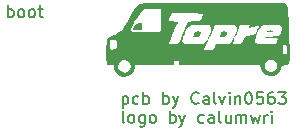
<source format=gbr>
%TF.GenerationSoftware,KiCad,Pcbnew,8.0.5*%
%TF.CreationDate,2024-11-10T15:14:38+01:00*%
%TF.ProjectId,plate tray split,706c6174-6520-4747-9261-792073706c69,rev?*%
%TF.SameCoordinates,Original*%
%TF.FileFunction,Legend,Top*%
%TF.FilePolarity,Positive*%
%FSLAX46Y46*%
G04 Gerber Fmt 4.6, Leading zero omitted, Abs format (unit mm)*
G04 Created by KiCad (PCBNEW 8.0.5) date 2024-11-10 15:14:38*
%MOMM*%
%LPD*%
G01*
G04 APERTURE LIST*
%ADD10C,0.200000*%
%ADD11C,0.150000*%
%ADD12C,0.000000*%
G04 APERTURE END LIST*
D10*
X191806280Y-93529719D02*
X191711042Y-93482100D01*
X191711042Y-93482100D02*
X191663423Y-93386861D01*
X191663423Y-93386861D02*
X191663423Y-92529719D01*
X192330090Y-93529719D02*
X192234852Y-93482100D01*
X192234852Y-93482100D02*
X192187233Y-93434480D01*
X192187233Y-93434480D02*
X192139614Y-93339242D01*
X192139614Y-93339242D02*
X192139614Y-93053528D01*
X192139614Y-93053528D02*
X192187233Y-92958290D01*
X192187233Y-92958290D02*
X192234852Y-92910671D01*
X192234852Y-92910671D02*
X192330090Y-92863052D01*
X192330090Y-92863052D02*
X192472947Y-92863052D01*
X192472947Y-92863052D02*
X192568185Y-92910671D01*
X192568185Y-92910671D02*
X192615804Y-92958290D01*
X192615804Y-92958290D02*
X192663423Y-93053528D01*
X192663423Y-93053528D02*
X192663423Y-93339242D01*
X192663423Y-93339242D02*
X192615804Y-93434480D01*
X192615804Y-93434480D02*
X192568185Y-93482100D01*
X192568185Y-93482100D02*
X192472947Y-93529719D01*
X192472947Y-93529719D02*
X192330090Y-93529719D01*
X193520566Y-92863052D02*
X193520566Y-93672576D01*
X193520566Y-93672576D02*
X193472947Y-93767814D01*
X193472947Y-93767814D02*
X193425328Y-93815433D01*
X193425328Y-93815433D02*
X193330090Y-93863052D01*
X193330090Y-93863052D02*
X193187233Y-93863052D01*
X193187233Y-93863052D02*
X193091995Y-93815433D01*
X193520566Y-93482100D02*
X193425328Y-93529719D01*
X193425328Y-93529719D02*
X193234852Y-93529719D01*
X193234852Y-93529719D02*
X193139614Y-93482100D01*
X193139614Y-93482100D02*
X193091995Y-93434480D01*
X193091995Y-93434480D02*
X193044376Y-93339242D01*
X193044376Y-93339242D02*
X193044376Y-93053528D01*
X193044376Y-93053528D02*
X193091995Y-92958290D01*
X193091995Y-92958290D02*
X193139614Y-92910671D01*
X193139614Y-92910671D02*
X193234852Y-92863052D01*
X193234852Y-92863052D02*
X193425328Y-92863052D01*
X193425328Y-92863052D02*
X193520566Y-92910671D01*
X194139614Y-93529719D02*
X194044376Y-93482100D01*
X194044376Y-93482100D02*
X193996757Y-93434480D01*
X193996757Y-93434480D02*
X193949138Y-93339242D01*
X193949138Y-93339242D02*
X193949138Y-93053528D01*
X193949138Y-93053528D02*
X193996757Y-92958290D01*
X193996757Y-92958290D02*
X194044376Y-92910671D01*
X194044376Y-92910671D02*
X194139614Y-92863052D01*
X194139614Y-92863052D02*
X194282471Y-92863052D01*
X194282471Y-92863052D02*
X194377709Y-92910671D01*
X194377709Y-92910671D02*
X194425328Y-92958290D01*
X194425328Y-92958290D02*
X194472947Y-93053528D01*
X194472947Y-93053528D02*
X194472947Y-93339242D01*
X194472947Y-93339242D02*
X194425328Y-93434480D01*
X194425328Y-93434480D02*
X194377709Y-93482100D01*
X194377709Y-93482100D02*
X194282471Y-93529719D01*
X194282471Y-93529719D02*
X194139614Y-93529719D01*
X195663424Y-93529719D02*
X195663424Y-92529719D01*
X195663424Y-92910671D02*
X195758662Y-92863052D01*
X195758662Y-92863052D02*
X195949138Y-92863052D01*
X195949138Y-92863052D02*
X196044376Y-92910671D01*
X196044376Y-92910671D02*
X196091995Y-92958290D01*
X196091995Y-92958290D02*
X196139614Y-93053528D01*
X196139614Y-93053528D02*
X196139614Y-93339242D01*
X196139614Y-93339242D02*
X196091995Y-93434480D01*
X196091995Y-93434480D02*
X196044376Y-93482100D01*
X196044376Y-93482100D02*
X195949138Y-93529719D01*
X195949138Y-93529719D02*
X195758662Y-93529719D01*
X195758662Y-93529719D02*
X195663424Y-93482100D01*
X196472948Y-92863052D02*
X196711043Y-93529719D01*
X196949138Y-92863052D02*
X196711043Y-93529719D01*
X196711043Y-93529719D02*
X196615805Y-93767814D01*
X196615805Y-93767814D02*
X196568186Y-93815433D01*
X196568186Y-93815433D02*
X196472948Y-93863052D01*
X198520567Y-93482100D02*
X198425329Y-93529719D01*
X198425329Y-93529719D02*
X198234853Y-93529719D01*
X198234853Y-93529719D02*
X198139615Y-93482100D01*
X198139615Y-93482100D02*
X198091996Y-93434480D01*
X198091996Y-93434480D02*
X198044377Y-93339242D01*
X198044377Y-93339242D02*
X198044377Y-93053528D01*
X198044377Y-93053528D02*
X198091996Y-92958290D01*
X198091996Y-92958290D02*
X198139615Y-92910671D01*
X198139615Y-92910671D02*
X198234853Y-92863052D01*
X198234853Y-92863052D02*
X198425329Y-92863052D01*
X198425329Y-92863052D02*
X198520567Y-92910671D01*
X199377710Y-93529719D02*
X199377710Y-93005909D01*
X199377710Y-93005909D02*
X199330091Y-92910671D01*
X199330091Y-92910671D02*
X199234853Y-92863052D01*
X199234853Y-92863052D02*
X199044377Y-92863052D01*
X199044377Y-92863052D02*
X198949139Y-92910671D01*
X199377710Y-93482100D02*
X199282472Y-93529719D01*
X199282472Y-93529719D02*
X199044377Y-93529719D01*
X199044377Y-93529719D02*
X198949139Y-93482100D01*
X198949139Y-93482100D02*
X198901520Y-93386861D01*
X198901520Y-93386861D02*
X198901520Y-93291623D01*
X198901520Y-93291623D02*
X198949139Y-93196385D01*
X198949139Y-93196385D02*
X199044377Y-93148766D01*
X199044377Y-93148766D02*
X199282472Y-93148766D01*
X199282472Y-93148766D02*
X199377710Y-93101147D01*
X199996758Y-93529719D02*
X199901520Y-93482100D01*
X199901520Y-93482100D02*
X199853901Y-93386861D01*
X199853901Y-93386861D02*
X199853901Y-92529719D01*
X200806282Y-92863052D02*
X200806282Y-93529719D01*
X200377711Y-92863052D02*
X200377711Y-93386861D01*
X200377711Y-93386861D02*
X200425330Y-93482100D01*
X200425330Y-93482100D02*
X200520568Y-93529719D01*
X200520568Y-93529719D02*
X200663425Y-93529719D01*
X200663425Y-93529719D02*
X200758663Y-93482100D01*
X200758663Y-93482100D02*
X200806282Y-93434480D01*
X201282473Y-93529719D02*
X201282473Y-92863052D01*
X201282473Y-92958290D02*
X201330092Y-92910671D01*
X201330092Y-92910671D02*
X201425330Y-92863052D01*
X201425330Y-92863052D02*
X201568187Y-92863052D01*
X201568187Y-92863052D02*
X201663425Y-92910671D01*
X201663425Y-92910671D02*
X201711044Y-93005909D01*
X201711044Y-93005909D02*
X201711044Y-93529719D01*
X201711044Y-93005909D02*
X201758663Y-92910671D01*
X201758663Y-92910671D02*
X201853901Y-92863052D01*
X201853901Y-92863052D02*
X201996758Y-92863052D01*
X201996758Y-92863052D02*
X202091997Y-92910671D01*
X202091997Y-92910671D02*
X202139616Y-93005909D01*
X202139616Y-93005909D02*
X202139616Y-93529719D01*
X202520568Y-92863052D02*
X202711044Y-93529719D01*
X202711044Y-93529719D02*
X202901520Y-93053528D01*
X202901520Y-93053528D02*
X203091996Y-93529719D01*
X203091996Y-93529719D02*
X203282472Y-92863052D01*
X203663425Y-93529719D02*
X203663425Y-92863052D01*
X203663425Y-93053528D02*
X203711044Y-92958290D01*
X203711044Y-92958290D02*
X203758663Y-92910671D01*
X203758663Y-92910671D02*
X203853901Y-92863052D01*
X203853901Y-92863052D02*
X203949139Y-92863052D01*
X204282473Y-93529719D02*
X204282473Y-92863052D01*
X204282473Y-92529719D02*
X204234854Y-92577338D01*
X204234854Y-92577338D02*
X204282473Y-92624957D01*
X204282473Y-92624957D02*
X204330092Y-92577338D01*
X204330092Y-92577338D02*
X204282473Y-92529719D01*
X204282473Y-92529719D02*
X204282473Y-92624957D01*
D11*
X181951488Y-84592319D02*
X181951488Y-83592319D01*
X181951488Y-83973271D02*
X182046726Y-83925652D01*
X182046726Y-83925652D02*
X182237202Y-83925652D01*
X182237202Y-83925652D02*
X182332440Y-83973271D01*
X182332440Y-83973271D02*
X182380059Y-84020890D01*
X182380059Y-84020890D02*
X182427678Y-84116128D01*
X182427678Y-84116128D02*
X182427678Y-84401842D01*
X182427678Y-84401842D02*
X182380059Y-84497080D01*
X182380059Y-84497080D02*
X182332440Y-84544700D01*
X182332440Y-84544700D02*
X182237202Y-84592319D01*
X182237202Y-84592319D02*
X182046726Y-84592319D01*
X182046726Y-84592319D02*
X181951488Y-84544700D01*
X182999107Y-84592319D02*
X182903869Y-84544700D01*
X182903869Y-84544700D02*
X182856250Y-84497080D01*
X182856250Y-84497080D02*
X182808631Y-84401842D01*
X182808631Y-84401842D02*
X182808631Y-84116128D01*
X182808631Y-84116128D02*
X182856250Y-84020890D01*
X182856250Y-84020890D02*
X182903869Y-83973271D01*
X182903869Y-83973271D02*
X182999107Y-83925652D01*
X182999107Y-83925652D02*
X183141964Y-83925652D01*
X183141964Y-83925652D02*
X183237202Y-83973271D01*
X183237202Y-83973271D02*
X183284821Y-84020890D01*
X183284821Y-84020890D02*
X183332440Y-84116128D01*
X183332440Y-84116128D02*
X183332440Y-84401842D01*
X183332440Y-84401842D02*
X183284821Y-84497080D01*
X183284821Y-84497080D02*
X183237202Y-84544700D01*
X183237202Y-84544700D02*
X183141964Y-84592319D01*
X183141964Y-84592319D02*
X182999107Y-84592319D01*
X183903869Y-84592319D02*
X183808631Y-84544700D01*
X183808631Y-84544700D02*
X183761012Y-84497080D01*
X183761012Y-84497080D02*
X183713393Y-84401842D01*
X183713393Y-84401842D02*
X183713393Y-84116128D01*
X183713393Y-84116128D02*
X183761012Y-84020890D01*
X183761012Y-84020890D02*
X183808631Y-83973271D01*
X183808631Y-83973271D02*
X183903869Y-83925652D01*
X183903869Y-83925652D02*
X184046726Y-83925652D01*
X184046726Y-83925652D02*
X184141964Y-83973271D01*
X184141964Y-83973271D02*
X184189583Y-84020890D01*
X184189583Y-84020890D02*
X184237202Y-84116128D01*
X184237202Y-84116128D02*
X184237202Y-84401842D01*
X184237202Y-84401842D02*
X184189583Y-84497080D01*
X184189583Y-84497080D02*
X184141964Y-84544700D01*
X184141964Y-84544700D02*
X184046726Y-84592319D01*
X184046726Y-84592319D02*
X183903869Y-84592319D01*
X184522917Y-83925652D02*
X184903869Y-83925652D01*
X184665774Y-83592319D02*
X184665774Y-84449461D01*
X184665774Y-84449461D02*
X184713393Y-84544700D01*
X184713393Y-84544700D02*
X184808631Y-84592319D01*
X184808631Y-84592319D02*
X184903869Y-84592319D01*
D10*
X191663423Y-91275552D02*
X191663423Y-92275552D01*
X191663423Y-91323171D02*
X191758661Y-91275552D01*
X191758661Y-91275552D02*
X191949137Y-91275552D01*
X191949137Y-91275552D02*
X192044375Y-91323171D01*
X192044375Y-91323171D02*
X192091994Y-91370790D01*
X192091994Y-91370790D02*
X192139613Y-91466028D01*
X192139613Y-91466028D02*
X192139613Y-91751742D01*
X192139613Y-91751742D02*
X192091994Y-91846980D01*
X192091994Y-91846980D02*
X192044375Y-91894600D01*
X192044375Y-91894600D02*
X191949137Y-91942219D01*
X191949137Y-91942219D02*
X191758661Y-91942219D01*
X191758661Y-91942219D02*
X191663423Y-91894600D01*
X192996756Y-91894600D02*
X192901518Y-91942219D01*
X192901518Y-91942219D02*
X192711042Y-91942219D01*
X192711042Y-91942219D02*
X192615804Y-91894600D01*
X192615804Y-91894600D02*
X192568185Y-91846980D01*
X192568185Y-91846980D02*
X192520566Y-91751742D01*
X192520566Y-91751742D02*
X192520566Y-91466028D01*
X192520566Y-91466028D02*
X192568185Y-91370790D01*
X192568185Y-91370790D02*
X192615804Y-91323171D01*
X192615804Y-91323171D02*
X192711042Y-91275552D01*
X192711042Y-91275552D02*
X192901518Y-91275552D01*
X192901518Y-91275552D02*
X192996756Y-91323171D01*
X193425328Y-91942219D02*
X193425328Y-90942219D01*
X193425328Y-91323171D02*
X193520566Y-91275552D01*
X193520566Y-91275552D02*
X193711042Y-91275552D01*
X193711042Y-91275552D02*
X193806280Y-91323171D01*
X193806280Y-91323171D02*
X193853899Y-91370790D01*
X193853899Y-91370790D02*
X193901518Y-91466028D01*
X193901518Y-91466028D02*
X193901518Y-91751742D01*
X193901518Y-91751742D02*
X193853899Y-91846980D01*
X193853899Y-91846980D02*
X193806280Y-91894600D01*
X193806280Y-91894600D02*
X193711042Y-91942219D01*
X193711042Y-91942219D02*
X193520566Y-91942219D01*
X193520566Y-91942219D02*
X193425328Y-91894600D01*
X195091995Y-91942219D02*
X195091995Y-90942219D01*
X195091995Y-91323171D02*
X195187233Y-91275552D01*
X195187233Y-91275552D02*
X195377709Y-91275552D01*
X195377709Y-91275552D02*
X195472947Y-91323171D01*
X195472947Y-91323171D02*
X195520566Y-91370790D01*
X195520566Y-91370790D02*
X195568185Y-91466028D01*
X195568185Y-91466028D02*
X195568185Y-91751742D01*
X195568185Y-91751742D02*
X195520566Y-91846980D01*
X195520566Y-91846980D02*
X195472947Y-91894600D01*
X195472947Y-91894600D02*
X195377709Y-91942219D01*
X195377709Y-91942219D02*
X195187233Y-91942219D01*
X195187233Y-91942219D02*
X195091995Y-91894600D01*
X195901519Y-91275552D02*
X196139614Y-91942219D01*
X196377709Y-91275552D02*
X196139614Y-91942219D01*
X196139614Y-91942219D02*
X196044376Y-92180314D01*
X196044376Y-92180314D02*
X195996757Y-92227933D01*
X195996757Y-92227933D02*
X195901519Y-92275552D01*
X198091995Y-91846980D02*
X198044376Y-91894600D01*
X198044376Y-91894600D02*
X197901519Y-91942219D01*
X197901519Y-91942219D02*
X197806281Y-91942219D01*
X197806281Y-91942219D02*
X197663424Y-91894600D01*
X197663424Y-91894600D02*
X197568186Y-91799361D01*
X197568186Y-91799361D02*
X197520567Y-91704123D01*
X197520567Y-91704123D02*
X197472948Y-91513647D01*
X197472948Y-91513647D02*
X197472948Y-91370790D01*
X197472948Y-91370790D02*
X197520567Y-91180314D01*
X197520567Y-91180314D02*
X197568186Y-91085076D01*
X197568186Y-91085076D02*
X197663424Y-90989838D01*
X197663424Y-90989838D02*
X197806281Y-90942219D01*
X197806281Y-90942219D02*
X197901519Y-90942219D01*
X197901519Y-90942219D02*
X198044376Y-90989838D01*
X198044376Y-90989838D02*
X198091995Y-91037457D01*
X198949138Y-91942219D02*
X198949138Y-91418409D01*
X198949138Y-91418409D02*
X198901519Y-91323171D01*
X198901519Y-91323171D02*
X198806281Y-91275552D01*
X198806281Y-91275552D02*
X198615805Y-91275552D01*
X198615805Y-91275552D02*
X198520567Y-91323171D01*
X198949138Y-91894600D02*
X198853900Y-91942219D01*
X198853900Y-91942219D02*
X198615805Y-91942219D01*
X198615805Y-91942219D02*
X198520567Y-91894600D01*
X198520567Y-91894600D02*
X198472948Y-91799361D01*
X198472948Y-91799361D02*
X198472948Y-91704123D01*
X198472948Y-91704123D02*
X198520567Y-91608885D01*
X198520567Y-91608885D02*
X198615805Y-91561266D01*
X198615805Y-91561266D02*
X198853900Y-91561266D01*
X198853900Y-91561266D02*
X198949138Y-91513647D01*
X199568186Y-91942219D02*
X199472948Y-91894600D01*
X199472948Y-91894600D02*
X199425329Y-91799361D01*
X199425329Y-91799361D02*
X199425329Y-90942219D01*
X199853901Y-91275552D02*
X200091996Y-91942219D01*
X200091996Y-91942219D02*
X200330091Y-91275552D01*
X200711044Y-91942219D02*
X200711044Y-91275552D01*
X200711044Y-90942219D02*
X200663425Y-90989838D01*
X200663425Y-90989838D02*
X200711044Y-91037457D01*
X200711044Y-91037457D02*
X200758663Y-90989838D01*
X200758663Y-90989838D02*
X200711044Y-90942219D01*
X200711044Y-90942219D02*
X200711044Y-91037457D01*
X201187234Y-91275552D02*
X201187234Y-91942219D01*
X201187234Y-91370790D02*
X201234853Y-91323171D01*
X201234853Y-91323171D02*
X201330091Y-91275552D01*
X201330091Y-91275552D02*
X201472948Y-91275552D01*
X201472948Y-91275552D02*
X201568186Y-91323171D01*
X201568186Y-91323171D02*
X201615805Y-91418409D01*
X201615805Y-91418409D02*
X201615805Y-91942219D01*
X202282472Y-90942219D02*
X202377710Y-90942219D01*
X202377710Y-90942219D02*
X202472948Y-90989838D01*
X202472948Y-90989838D02*
X202520567Y-91037457D01*
X202520567Y-91037457D02*
X202568186Y-91132695D01*
X202568186Y-91132695D02*
X202615805Y-91323171D01*
X202615805Y-91323171D02*
X202615805Y-91561266D01*
X202615805Y-91561266D02*
X202568186Y-91751742D01*
X202568186Y-91751742D02*
X202520567Y-91846980D01*
X202520567Y-91846980D02*
X202472948Y-91894600D01*
X202472948Y-91894600D02*
X202377710Y-91942219D01*
X202377710Y-91942219D02*
X202282472Y-91942219D01*
X202282472Y-91942219D02*
X202187234Y-91894600D01*
X202187234Y-91894600D02*
X202139615Y-91846980D01*
X202139615Y-91846980D02*
X202091996Y-91751742D01*
X202091996Y-91751742D02*
X202044377Y-91561266D01*
X202044377Y-91561266D02*
X202044377Y-91323171D01*
X202044377Y-91323171D02*
X202091996Y-91132695D01*
X202091996Y-91132695D02*
X202139615Y-91037457D01*
X202139615Y-91037457D02*
X202187234Y-90989838D01*
X202187234Y-90989838D02*
X202282472Y-90942219D01*
X203520567Y-90942219D02*
X203044377Y-90942219D01*
X203044377Y-90942219D02*
X202996758Y-91418409D01*
X202996758Y-91418409D02*
X203044377Y-91370790D01*
X203044377Y-91370790D02*
X203139615Y-91323171D01*
X203139615Y-91323171D02*
X203377710Y-91323171D01*
X203377710Y-91323171D02*
X203472948Y-91370790D01*
X203472948Y-91370790D02*
X203520567Y-91418409D01*
X203520567Y-91418409D02*
X203568186Y-91513647D01*
X203568186Y-91513647D02*
X203568186Y-91751742D01*
X203568186Y-91751742D02*
X203520567Y-91846980D01*
X203520567Y-91846980D02*
X203472948Y-91894600D01*
X203472948Y-91894600D02*
X203377710Y-91942219D01*
X203377710Y-91942219D02*
X203139615Y-91942219D01*
X203139615Y-91942219D02*
X203044377Y-91894600D01*
X203044377Y-91894600D02*
X202996758Y-91846980D01*
X204425329Y-90942219D02*
X204234853Y-90942219D01*
X204234853Y-90942219D02*
X204139615Y-90989838D01*
X204139615Y-90989838D02*
X204091996Y-91037457D01*
X204091996Y-91037457D02*
X203996758Y-91180314D01*
X203996758Y-91180314D02*
X203949139Y-91370790D01*
X203949139Y-91370790D02*
X203949139Y-91751742D01*
X203949139Y-91751742D02*
X203996758Y-91846980D01*
X203996758Y-91846980D02*
X204044377Y-91894600D01*
X204044377Y-91894600D02*
X204139615Y-91942219D01*
X204139615Y-91942219D02*
X204330091Y-91942219D01*
X204330091Y-91942219D02*
X204425329Y-91894600D01*
X204425329Y-91894600D02*
X204472948Y-91846980D01*
X204472948Y-91846980D02*
X204520567Y-91751742D01*
X204520567Y-91751742D02*
X204520567Y-91513647D01*
X204520567Y-91513647D02*
X204472948Y-91418409D01*
X204472948Y-91418409D02*
X204425329Y-91370790D01*
X204425329Y-91370790D02*
X204330091Y-91323171D01*
X204330091Y-91323171D02*
X204139615Y-91323171D01*
X204139615Y-91323171D02*
X204044377Y-91370790D01*
X204044377Y-91370790D02*
X203996758Y-91418409D01*
X203996758Y-91418409D02*
X203949139Y-91513647D01*
X204853901Y-90942219D02*
X205472948Y-90942219D01*
X205472948Y-90942219D02*
X205139615Y-91323171D01*
X205139615Y-91323171D02*
X205282472Y-91323171D01*
X205282472Y-91323171D02*
X205377710Y-91370790D01*
X205377710Y-91370790D02*
X205425329Y-91418409D01*
X205425329Y-91418409D02*
X205472948Y-91513647D01*
X205472948Y-91513647D02*
X205472948Y-91751742D01*
X205472948Y-91751742D02*
X205425329Y-91846980D01*
X205425329Y-91846980D02*
X205377710Y-91894600D01*
X205377710Y-91894600D02*
X205282472Y-91942219D01*
X205282472Y-91942219D02*
X204996758Y-91942219D01*
X204996758Y-91942219D02*
X204901520Y-91894600D01*
X204901520Y-91894600D02*
X204853901Y-91846980D01*
D12*
%TO.C,G\u002A\u002A\u002A*%
G36*
X204281959Y-85728598D02*
G01*
X204362940Y-85755052D01*
X204378831Y-85793282D01*
X204331783Y-85833371D01*
X204235941Y-85863596D01*
X204114607Y-85876048D01*
X203998157Y-85870739D01*
X203916968Y-85847683D01*
X203900986Y-85833198D01*
X203901695Y-85778728D01*
X203970855Y-85739219D01*
X204097518Y-85719835D01*
X204143750Y-85718715D01*
X204281959Y-85728598D01*
G37*
G36*
X193315432Y-85386968D02*
G01*
X193303750Y-85697457D01*
X192936908Y-85708934D01*
X192762886Y-85712943D01*
X192652548Y-85709873D01*
X192589690Y-85696910D01*
X192558111Y-85671239D01*
X192544847Y-85640826D01*
X192547356Y-85537766D01*
X192598380Y-85412428D01*
X192684972Y-85293825D01*
X192711118Y-85268212D01*
X192844969Y-85180082D01*
X193014808Y-85110936D01*
X193177786Y-85077438D01*
X193204147Y-85076479D01*
X193327115Y-85076479D01*
X193315432Y-85386968D01*
G37*
G36*
X198206817Y-85806095D02*
G01*
X198263013Y-85836484D01*
X198261669Y-85892189D01*
X198232674Y-85994087D01*
X198200448Y-86076863D01*
X198113898Y-86278372D01*
X197878824Y-86278372D01*
X197739871Y-86273283D01*
X197666246Y-86255678D01*
X197643784Y-86222050D01*
X197643750Y-86220162D01*
X197664962Y-86121061D01*
X197717357Y-85996496D01*
X197784075Y-85885072D01*
X197797683Y-85867725D01*
X197867352Y-85827891D01*
X197978669Y-85803005D01*
X198101777Y-85795072D01*
X198206817Y-85806095D01*
G37*
G36*
X200446817Y-85806095D02*
G01*
X200503013Y-85836484D01*
X200501669Y-85892189D01*
X200472674Y-85994087D01*
X200440448Y-86076863D01*
X200353898Y-86278372D01*
X200118824Y-86278372D01*
X199979871Y-86273283D01*
X199906246Y-86255678D01*
X199883784Y-86222050D01*
X199883750Y-86220162D01*
X199904962Y-86121061D01*
X199957357Y-85996496D01*
X200024075Y-85885072D01*
X200037683Y-85867725D01*
X200107352Y-85827891D01*
X200218669Y-85803005D01*
X200341777Y-85795072D01*
X200446817Y-85806095D01*
G37*
G36*
X200944713Y-83394625D02*
G01*
X201609681Y-83394774D01*
X202206032Y-83395110D01*
X202737561Y-83395679D01*
X203208063Y-83396525D01*
X203621332Y-83397693D01*
X203981162Y-83399228D01*
X204291348Y-83401177D01*
X204555684Y-83403582D01*
X204777966Y-83406491D01*
X204961987Y-83409947D01*
X205111541Y-83413995D01*
X205230424Y-83418681D01*
X205322430Y-83424050D01*
X205391353Y-83430147D01*
X205440988Y-83437017D01*
X205475129Y-83444705D01*
X205497571Y-83453255D01*
X205512109Y-83462714D01*
X205517206Y-83467401D01*
X205561622Y-83538508D01*
X205601480Y-83660337D01*
X205637058Y-83836240D01*
X205668636Y-84069568D01*
X205696493Y-84363674D01*
X205720908Y-84721909D01*
X205742161Y-85147626D01*
X205760530Y-85644175D01*
X205776294Y-86214908D01*
X205786762Y-86703282D01*
X205792454Y-87044516D01*
X205796200Y-87367548D01*
X205798001Y-87661856D01*
X205797859Y-87916914D01*
X205795775Y-88122198D01*
X205791749Y-88267184D01*
X205786590Y-88336613D01*
X205747777Y-88479494D01*
X205672906Y-88575462D01*
X205548025Y-88635100D01*
X205359187Y-88668996D01*
X205346848Y-88670305D01*
X205211613Y-88690467D01*
X205141982Y-88718973D01*
X205123526Y-88757872D01*
X205085168Y-88974110D01*
X204981092Y-89175349D01*
X204825515Y-89349831D01*
X204632652Y-89485797D01*
X204416722Y-89571489D01*
X204191939Y-89595148D01*
X204120275Y-89587667D01*
X203855382Y-89510294D01*
X203642205Y-89371863D01*
X203481874Y-89173391D01*
X203376168Y-88918243D01*
X203310633Y-88682157D01*
X199901104Y-88682157D01*
X196491576Y-88682157D01*
X196487811Y-88671340D01*
X203707259Y-88671340D01*
X203728187Y-88853904D01*
X203799600Y-88997044D01*
X203944411Y-89143050D01*
X204114940Y-89221715D01*
X204296616Y-89229450D01*
X204474115Y-89163131D01*
X204631883Y-89028465D01*
X204727907Y-88863059D01*
X204756929Y-88682423D01*
X204713692Y-88502064D01*
X204704549Y-88483390D01*
X204582778Y-88320973D01*
X204424023Y-88216611D01*
X204244890Y-88176692D01*
X204061985Y-88207606D01*
X204026851Y-88222643D01*
X203861493Y-88339004D01*
X203753328Y-88494138D01*
X203707259Y-88671340D01*
X196487811Y-88671340D01*
X196447663Y-88555989D01*
X196416550Y-88444001D01*
X196403750Y-88353479D01*
X196393141Y-88307619D01*
X196348018Y-88287806D01*
X196248438Y-88287310D01*
X196213750Y-88289347D01*
X196098815Y-88300109D01*
X196041123Y-88324296D01*
X196017995Y-88378897D01*
X196010481Y-88441618D01*
X195990083Y-88551064D01*
X195958378Y-88628272D01*
X195955584Y-88631917D01*
X195926496Y-88645216D01*
X195859342Y-88656139D01*
X195748123Y-88664872D01*
X195586836Y-88671599D01*
X195369482Y-88676506D01*
X195090060Y-88679778D01*
X194742570Y-88681600D01*
X194326855Y-88682157D01*
X192739756Y-88682157D01*
X192691646Y-88915449D01*
X192605883Y-89156583D01*
X192464099Y-89356931D01*
X192279155Y-89509691D01*
X192063910Y-89608061D01*
X191831228Y-89645240D01*
X191593967Y-89614425D01*
X191463750Y-89564863D01*
X191348920Y-89504734D01*
X191257196Y-89448497D01*
X191238887Y-89434884D01*
X191117854Y-89299837D01*
X191014877Y-89120294D01*
X190949115Y-88931874D01*
X190939388Y-88878051D01*
X190917159Y-88710213D01*
X191291543Y-88710213D01*
X191301031Y-88866916D01*
X191353750Y-88994035D01*
X191482800Y-89155653D01*
X191657184Y-89254026D01*
X191838455Y-89282839D01*
X191954672Y-89273760D01*
X192044989Y-89235534D01*
X192143464Y-89152320D01*
X192165138Y-89130887D01*
X192298013Y-88958630D01*
X192351699Y-88785487D01*
X192326960Y-88607909D01*
X192294159Y-88532672D01*
X192173402Y-88373470D01*
X192018173Y-88274304D01*
X191844947Y-88235096D01*
X191670195Y-88255768D01*
X191510391Y-88336240D01*
X191382007Y-88476435D01*
X191348681Y-88537186D01*
X191291543Y-88710213D01*
X190917159Y-88710213D01*
X190913443Y-88682157D01*
X190715967Y-88682157D01*
X190544360Y-88670283D01*
X190430865Y-88627224D01*
X190356132Y-88541825D01*
X190316953Y-88452102D01*
X190296591Y-88350153D01*
X190281295Y-88184232D01*
X190271232Y-87970341D01*
X190266567Y-87724483D01*
X190267468Y-87462661D01*
X190270067Y-87360075D01*
X198566036Y-87360075D01*
X198959430Y-87360075D01*
X199352824Y-87360075D01*
X199428243Y-87191755D01*
X205225873Y-87191755D01*
X205226343Y-87261449D01*
X205237628Y-87470099D01*
X205269919Y-87609221D01*
X205327739Y-87687696D01*
X205415614Y-87714404D01*
X205456407Y-87712967D01*
X205583750Y-87700611D01*
X205583750Y-87344410D01*
X205577718Y-87141039D01*
X205555900Y-87008080D01*
X205512706Y-86936473D01*
X205442549Y-86917157D01*
X205339840Y-86941071D01*
X205335860Y-86942482D01*
X205277097Y-86967760D01*
X205243792Y-87004296D01*
X205229024Y-87072242D01*
X205225873Y-87191755D01*
X199428243Y-87191755D01*
X199460530Y-87119697D01*
X199568236Y-86879318D01*
X200015993Y-86879095D01*
X200282724Y-86874103D01*
X200484184Y-86857277D01*
X200591235Y-86834584D01*
X200970257Y-86834584D01*
X200986311Y-86859027D01*
X201038464Y-86872426D01*
X201140795Y-86878086D01*
X201307379Y-86879312D01*
X201331999Y-86879318D01*
X201709579Y-86879318D01*
X201841799Y-86597067D01*
X201861119Y-86561085D01*
X202870416Y-86561085D01*
X202904841Y-86696915D01*
X202994167Y-86803822D01*
X203097927Y-86852029D01*
X203164595Y-86857341D01*
X203296546Y-86861421D01*
X203479065Y-86864045D01*
X203697440Y-86864989D01*
X203903251Y-86864282D01*
X204622752Y-86859286D01*
X204710890Y-86679003D01*
X204768876Y-86557982D01*
X204799529Y-86472041D01*
X204794039Y-86415178D01*
X204743598Y-86381393D01*
X204639397Y-86364685D01*
X204472628Y-86359054D01*
X204240416Y-86358498D01*
X204007991Y-86356844D01*
X203846425Y-86351329D01*
X203746634Y-86341121D01*
X203699532Y-86325387D01*
X203693630Y-86308419D01*
X203732115Y-86284207D01*
X203833653Y-86264829D01*
X204004014Y-86249530D01*
X204229007Y-86238309D01*
X204478431Y-86225598D01*
X204662217Y-86205557D01*
X204794719Y-86172078D01*
X204890290Y-86119055D01*
X204963283Y-86040379D01*
X205028052Y-85929944D01*
X205047963Y-85889833D01*
X205122576Y-85686856D01*
X205139967Y-85510772D01*
X205100127Y-85372752D01*
X205048409Y-85312580D01*
X205005496Y-85283999D01*
X204949650Y-85263569D01*
X204867769Y-85249959D01*
X204746748Y-85241839D01*
X204573486Y-85237877D01*
X204334878Y-85236741D01*
X204301922Y-85236731D01*
X204030975Y-85238132D01*
X203826863Y-85243930D01*
X203676450Y-85256522D01*
X203566597Y-85278302D01*
X203484164Y-85311666D01*
X203416014Y-85359009D01*
X203363734Y-85407769D01*
X203305300Y-85489482D01*
X203229858Y-85627272D01*
X203145473Y-85802277D01*
X203060214Y-85995636D01*
X202982149Y-86188489D01*
X202919344Y-86361975D01*
X202879868Y-86497233D01*
X202870416Y-86561085D01*
X201861119Y-86561085D01*
X201930837Y-86431244D01*
X202029776Y-86308908D01*
X202155073Y-86219099D01*
X202323192Y-86150857D01*
X202550593Y-86093222D01*
X202620013Y-86078910D01*
X202936276Y-86015706D01*
X203070013Y-85697251D01*
X203130588Y-85549477D01*
X203176858Y-85429880D01*
X203201543Y-85357552D01*
X203203750Y-85346447D01*
X203168647Y-85328520D01*
X203076017Y-85330662D01*
X202944871Y-85349638D01*
X202794223Y-85382213D01*
X202643088Y-85425153D01*
X202553750Y-85457027D01*
X202418579Y-85505847D01*
X202347396Y-85514859D01*
X202332211Y-85479239D01*
X202365039Y-85394160D01*
X202384777Y-85354931D01*
X202445804Y-85236731D01*
X202034777Y-85237482D01*
X201623750Y-85238233D01*
X201310892Y-85975249D01*
X201213635Y-86205929D01*
X201126463Y-86415644D01*
X201054575Y-86591651D01*
X201003167Y-86721209D01*
X200977436Y-86791577D01*
X200976227Y-86795792D01*
X200970257Y-86834584D01*
X200591235Y-86834584D01*
X200634635Y-86825384D01*
X200748344Y-86775189D01*
X200839576Y-86703461D01*
X200853515Y-86689272D01*
X200911002Y-86607737D01*
X200986308Y-86471611D01*
X201071418Y-86299073D01*
X201158319Y-86108303D01*
X201238996Y-85917478D01*
X201305437Y-85744779D01*
X201349627Y-85608385D01*
X201363750Y-85531830D01*
X201336174Y-85436223D01*
X201269347Y-85338958D01*
X201264769Y-85334268D01*
X201165789Y-85235132D01*
X200316807Y-85245947D01*
X199467825Y-85256763D01*
X199115835Y-86078056D01*
X199006606Y-86332900D01*
X198901709Y-86577603D01*
X198807454Y-86797447D01*
X198730151Y-86977716D01*
X198676109Y-87103693D01*
X198664941Y-87129712D01*
X198566036Y-87360075D01*
X190270067Y-87360075D01*
X190274099Y-87200878D01*
X190286629Y-86955138D01*
X190295397Y-86847085D01*
X190557365Y-86847085D01*
X190558884Y-87002381D01*
X190572449Y-87147431D01*
X190597865Y-87259904D01*
X190633750Y-87316803D01*
X190773720Y-87356539D01*
X190917452Y-87317465D01*
X190979154Y-87276411D01*
X191075080Y-87179374D01*
X191144549Y-87078086D01*
X191183466Y-86960606D01*
X191201087Y-86819392D01*
X191196750Y-86684558D01*
X191169797Y-86586216D01*
X191155750Y-86566826D01*
X191090371Y-86540675D01*
X190974789Y-86524176D01*
X190838369Y-86518651D01*
X190710473Y-86525416D01*
X190627021Y-86543068D01*
X190591239Y-86595095D01*
X190568085Y-86703879D01*
X190557365Y-86847085D01*
X190295397Y-86847085D01*
X190299727Y-86793721D01*
X190324844Y-86619461D01*
X190369092Y-86483251D01*
X190443863Y-86372905D01*
X190560550Y-86276239D01*
X190730546Y-86181065D01*
X190965243Y-86075201D01*
X190975648Y-86070779D01*
X191192073Y-85972130D01*
X191370500Y-85871291D01*
X191522255Y-85756453D01*
X191566659Y-85710669D01*
X192372021Y-85710669D01*
X192411806Y-85778964D01*
X192433750Y-85794406D01*
X192495534Y-85807586D01*
X192623413Y-85818398D01*
X192805097Y-85826866D01*
X193028292Y-85833013D01*
X193280707Y-85836863D01*
X193550049Y-85838441D01*
X193824027Y-85837772D01*
X194090348Y-85834878D01*
X194336721Y-85829785D01*
X194550853Y-85822516D01*
X194720453Y-85813097D01*
X194833228Y-85801550D01*
X194875750Y-85789602D01*
X194892400Y-85733646D01*
X194905773Y-85611975D01*
X194915870Y-85438935D01*
X194922689Y-85228870D01*
X194926232Y-84996125D01*
X194926319Y-84916889D01*
X195523750Y-84916889D01*
X195561697Y-84934461D01*
X195667471Y-84947534D01*
X195828970Y-84954985D01*
X195948029Y-84956290D01*
X196144249Y-84958560D01*
X196270464Y-84966191D01*
X196336565Y-84980411D01*
X196352441Y-85002447D01*
X196351159Y-85006368D01*
X196329628Y-85055903D01*
X196280608Y-85167912D01*
X196208860Y-85331543D01*
X196119144Y-85535941D01*
X196016221Y-85770255D01*
X195946879Y-85928032D01*
X195839167Y-86174682D01*
X195743162Y-86397612D01*
X195663348Y-86586159D01*
X195604208Y-86729657D01*
X195570226Y-86817441D01*
X195563750Y-86839468D01*
X195601781Y-86857676D01*
X195708178Y-86870983D01*
X195871398Y-86878274D01*
X195976331Y-86879318D01*
X196388913Y-86879318D01*
X196515131Y-86588517D01*
X196725629Y-86588517D01*
X196745644Y-86692426D01*
X196805605Y-86768253D01*
X196899736Y-86823755D01*
X196969432Y-86845087D01*
X197075075Y-86859792D01*
X197227347Y-86868441D01*
X197436927Y-86871608D01*
X197714495Y-86869864D01*
X197750931Y-86869379D01*
X198012958Y-86865008D01*
X198207596Y-86859308D01*
X198347460Y-86850911D01*
X198445162Y-86838448D01*
X198513314Y-86820551D01*
X198564529Y-86795851D01*
X198590931Y-86778237D01*
X198659883Y-86703416D01*
X198748448Y-86571074D01*
X198847507Y-86398467D01*
X198947941Y-86202853D01*
X199040631Y-86001490D01*
X199116458Y-85811636D01*
X199142995Y-85733461D01*
X199179434Y-85545649D01*
X199153551Y-85404919D01*
X199064025Y-85306514D01*
X199017457Y-85281212D01*
X198937906Y-85264175D01*
X198787267Y-85250853D01*
X198574387Y-85241722D01*
X198308111Y-85237256D01*
X198191867Y-85236881D01*
X197891493Y-85237681D01*
X197658568Y-85244940D01*
X197480546Y-85266156D01*
X197344882Y-85308828D01*
X197239033Y-85380453D01*
X197150452Y-85488528D01*
X197066596Y-85640553D01*
X196974919Y-85844025D01*
X196906053Y-86005401D01*
X196805754Y-86255293D01*
X196745639Y-86446235D01*
X196725629Y-86588517D01*
X196515131Y-86588517D01*
X196805756Y-85918930D01*
X197222598Y-84958543D01*
X197715811Y-84947400D01*
X198209024Y-84936258D01*
X198346387Y-84624143D01*
X198408730Y-84480470D01*
X198456297Y-84367008D01*
X198481561Y-84301867D01*
X198483750Y-84293623D01*
X198445297Y-84289236D01*
X198336127Y-84285224D01*
X198165524Y-84281714D01*
X197942769Y-84278835D01*
X197677146Y-84276715D01*
X197377937Y-84275483D01*
X197152521Y-84275217D01*
X195821292Y-84275217D01*
X195672521Y-84576353D01*
X195604154Y-84719172D01*
X195552357Y-84835824D01*
X195525623Y-84906862D01*
X195523750Y-84916889D01*
X194926319Y-84916889D01*
X194926497Y-84755045D01*
X194923486Y-84519973D01*
X194917198Y-84305256D01*
X194907633Y-84125237D01*
X194894791Y-83994262D01*
X194878672Y-83926675D01*
X194875749Y-83922662D01*
X194816909Y-83903307D01*
X194695272Y-83888851D01*
X194527893Y-83879338D01*
X194331829Y-83874808D01*
X194124136Y-83875305D01*
X193921869Y-83880870D01*
X193742084Y-83891546D01*
X193601837Y-83907375D01*
X193543750Y-83919367D01*
X193409089Y-83983137D01*
X193264627Y-84104504D01*
X193107502Y-84287212D01*
X192934853Y-84535005D01*
X192743816Y-84851625D01*
X192531529Y-85240816D01*
X192527422Y-85248650D01*
X192428338Y-85454199D01*
X192377034Y-85605310D01*
X192372021Y-85710669D01*
X191566659Y-85710669D01*
X191658665Y-85615805D01*
X191791055Y-85437539D01*
X191930752Y-85209845D01*
X192089083Y-84920912D01*
X192102156Y-84896195D01*
X192292942Y-84541640D01*
X192457574Y-84252532D01*
X192602033Y-84020941D01*
X192732304Y-83838938D01*
X192854368Y-83698593D01*
X192974210Y-83591977D01*
X193097812Y-83511160D01*
X193177291Y-83471288D01*
X193201752Y-83461108D01*
X193230767Y-83451882D01*
X193268195Y-83443562D01*
X193317892Y-83436102D01*
X193383715Y-83429453D01*
X193469522Y-83423568D01*
X193579171Y-83418399D01*
X193716518Y-83413899D01*
X193885420Y-83410021D01*
X194089736Y-83406716D01*
X194333322Y-83403938D01*
X194620036Y-83401639D01*
X194953735Y-83399772D01*
X195338276Y-83398288D01*
X195777516Y-83397140D01*
X196275313Y-83396281D01*
X196835525Y-83395664D01*
X197462008Y-83395240D01*
X198158619Y-83394962D01*
X198929217Y-83394783D01*
X199393750Y-83394709D01*
X200207334Y-83394618D01*
X200944713Y-83394625D01*
G37*
%TD*%
M02*

</source>
